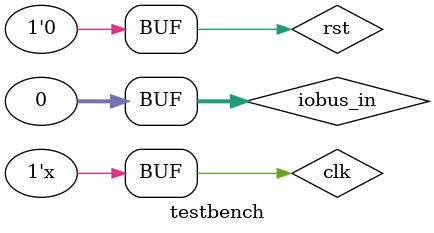
<source format=sv>
`timescale 1ns / 1ps

module testbench();

    reg clk, rst;
    reg [31:0] iobus_in;
    wire [31:0] iobus_out, iobus_addr;
    wire iobus_wr;
    
    OTTER_MCU otter (
        .RST (rst),
        .intr (0),
        .clk (clk),
        .iobus_in (iobus_in),
        .iobus_out (iobus_out),
        .iobus_wr (iobus_wr)
        );
     
     initial clk = 0;
     always begin
        clk = #5 ~clk;
     end
     
     initial begin
        iobus_in = 32'h00000000;
        rst = 1'b1;
        #15;
        rst = 1'b0;
     end

endmodule

</source>
